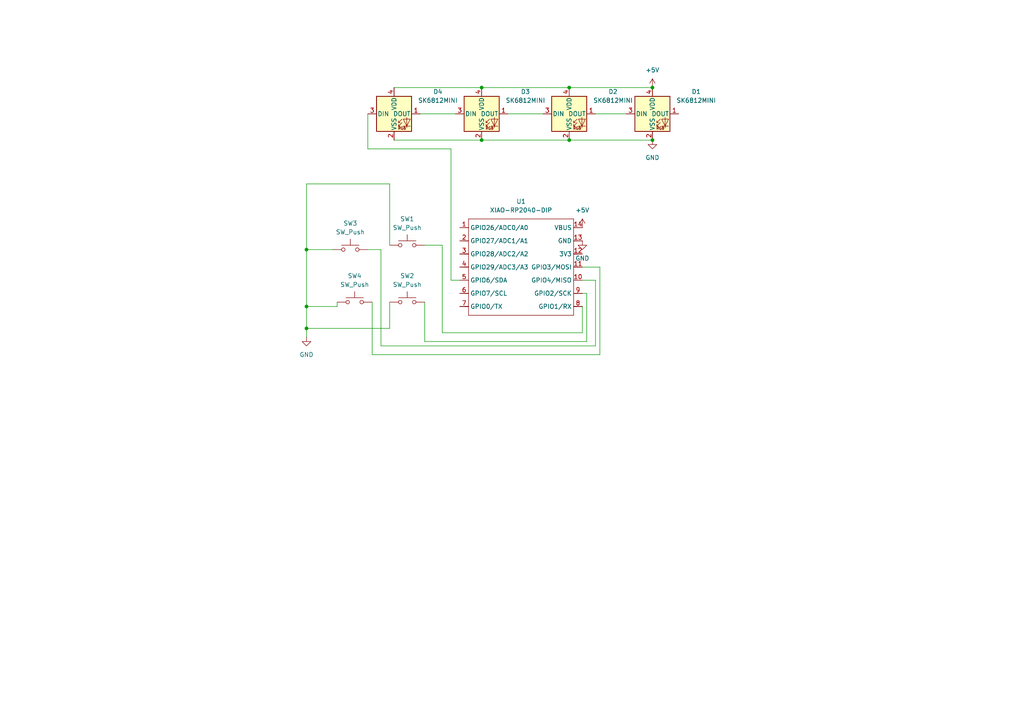
<source format=kicad_sch>
(kicad_sch
	(version 20250114)
	(generator "eeschema")
	(generator_version "9.0")
	(uuid "2a76937a-679f-4948-aac2-c932c2864e2c")
	(paper "A4")
	(lib_symbols
		(symbol "LED:SK6812MINI"
			(pin_names
				(offset 0.254)
			)
			(exclude_from_sim no)
			(in_bom yes)
			(on_board yes)
			(property "Reference" "D"
				(at 5.08 5.715 0)
				(effects
					(font
						(size 1.27 1.27)
					)
					(justify right bottom)
				)
			)
			(property "Value" "SK6812MINI"
				(at 1.27 -5.715 0)
				(effects
					(font
						(size 1.27 1.27)
					)
					(justify left top)
				)
			)
			(property "Footprint" "LED_SMD:LED_SK6812MINI_PLCC4_3.5x3.5mm_P1.75mm"
				(at 1.27 -7.62 0)
				(effects
					(font
						(size 1.27 1.27)
					)
					(justify left top)
					(hide yes)
				)
			)
			(property "Datasheet" "https://cdn-shop.adafruit.com/product-files/2686/SK6812MINI_REV.01-1-2.pdf"
				(at 2.54 -9.525 0)
				(effects
					(font
						(size 1.27 1.27)
					)
					(justify left top)
					(hide yes)
				)
			)
			(property "Description" "RGB LED with integrated controller"
				(at 0 0 0)
				(effects
					(font
						(size 1.27 1.27)
					)
					(hide yes)
				)
			)
			(property "ki_keywords" "RGB LED NeoPixel Mini addressable"
				(at 0 0 0)
				(effects
					(font
						(size 1.27 1.27)
					)
					(hide yes)
				)
			)
			(property "ki_fp_filters" "LED*SK6812MINI*PLCC*3.5x3.5mm*P1.75mm*"
				(at 0 0 0)
				(effects
					(font
						(size 1.27 1.27)
					)
					(hide yes)
				)
			)
			(symbol "SK6812MINI_0_0"
				(text "RGB"
					(at 2.286 -4.191 0)
					(effects
						(font
							(size 0.762 0.762)
						)
					)
				)
			)
			(symbol "SK6812MINI_0_1"
				(polyline
					(pts
						(xy 1.27 -2.54) (xy 1.778 -2.54)
					)
					(stroke
						(width 0)
						(type default)
					)
					(fill
						(type none)
					)
				)
				(polyline
					(pts
						(xy 1.27 -3.556) (xy 1.778 -3.556)
					)
					(stroke
						(width 0)
						(type default)
					)
					(fill
						(type none)
					)
				)
				(polyline
					(pts
						(xy 2.286 -1.524) (xy 1.27 -2.54) (xy 1.27 -2.032)
					)
					(stroke
						(width 0)
						(type default)
					)
					(fill
						(type none)
					)
				)
				(polyline
					(pts
						(xy 2.286 -2.54) (xy 1.27 -3.556) (xy 1.27 -3.048)
					)
					(stroke
						(width 0)
						(type default)
					)
					(fill
						(type none)
					)
				)
				(polyline
					(pts
						(xy 3.683 -1.016) (xy 3.683 -3.556) (xy 3.683 -4.064)
					)
					(stroke
						(width 0)
						(type default)
					)
					(fill
						(type none)
					)
				)
				(polyline
					(pts
						(xy 4.699 -1.524) (xy 2.667 -1.524) (xy 3.683 -3.556) (xy 4.699 -1.524)
					)
					(stroke
						(width 0)
						(type default)
					)
					(fill
						(type none)
					)
				)
				(polyline
					(pts
						(xy 4.699 -3.556) (xy 2.667 -3.556)
					)
					(stroke
						(width 0)
						(type default)
					)
					(fill
						(type none)
					)
				)
				(rectangle
					(start 5.08 5.08)
					(end -5.08 -5.08)
					(stroke
						(width 0.254)
						(type default)
					)
					(fill
						(type background)
					)
				)
			)
			(symbol "SK6812MINI_1_1"
				(pin input line
					(at -7.62 0 0)
					(length 2.54)
					(name "DIN"
						(effects
							(font
								(size 1.27 1.27)
							)
						)
					)
					(number "3"
						(effects
							(font
								(size 1.27 1.27)
							)
						)
					)
				)
				(pin power_in line
					(at 0 7.62 270)
					(length 2.54)
					(name "VDD"
						(effects
							(font
								(size 1.27 1.27)
							)
						)
					)
					(number "4"
						(effects
							(font
								(size 1.27 1.27)
							)
						)
					)
				)
				(pin power_in line
					(at 0 -7.62 90)
					(length 2.54)
					(name "VSS"
						(effects
							(font
								(size 1.27 1.27)
							)
						)
					)
					(number "2"
						(effects
							(font
								(size 1.27 1.27)
							)
						)
					)
				)
				(pin output line
					(at 7.62 0 180)
					(length 2.54)
					(name "DOUT"
						(effects
							(font
								(size 1.27 1.27)
							)
						)
					)
					(number "1"
						(effects
							(font
								(size 1.27 1.27)
							)
						)
					)
				)
			)
			(embedded_fonts no)
		)
		(symbol "OPL:XIAO-RP2040-DIP"
			(exclude_from_sim no)
			(in_bom yes)
			(on_board yes)
			(property "Reference" "U"
				(at 0 0 0)
				(effects
					(font
						(size 1.27 1.27)
					)
				)
			)
			(property "Value" "XIAO-RP2040-DIP"
				(at 5.334 -1.778 0)
				(effects
					(font
						(size 1.27 1.27)
					)
				)
			)
			(property "Footprint" "Module:MOUDLE14P-XIAO-DIP-SMD"
				(at 14.478 -32.258 0)
				(effects
					(font
						(size 1.27 1.27)
					)
					(hide yes)
				)
			)
			(property "Datasheet" ""
				(at 0 0 0)
				(effects
					(font
						(size 1.27 1.27)
					)
					(hide yes)
				)
			)
			(property "Description" ""
				(at 0 0 0)
				(effects
					(font
						(size 1.27 1.27)
					)
					(hide yes)
				)
			)
			(symbol "XIAO-RP2040-DIP_1_0"
				(polyline
					(pts
						(xy -1.27 -2.54) (xy 29.21 -2.54)
					)
					(stroke
						(width 0.1524)
						(type solid)
					)
					(fill
						(type none)
					)
				)
				(polyline
					(pts
						(xy -1.27 -5.08) (xy -2.54 -5.08)
					)
					(stroke
						(width 0.1524)
						(type solid)
					)
					(fill
						(type none)
					)
				)
				(polyline
					(pts
						(xy -1.27 -5.08) (xy -1.27 -2.54)
					)
					(stroke
						(width 0.1524)
						(type solid)
					)
					(fill
						(type none)
					)
				)
				(polyline
					(pts
						(xy -1.27 -8.89) (xy -2.54 -8.89)
					)
					(stroke
						(width 0.1524)
						(type solid)
					)
					(fill
						(type none)
					)
				)
				(polyline
					(pts
						(xy -1.27 -8.89) (xy -1.27 -5.08)
					)
					(stroke
						(width 0.1524)
						(type solid)
					)
					(fill
						(type none)
					)
				)
				(polyline
					(pts
						(xy -1.27 -12.7) (xy -2.54 -12.7)
					)
					(stroke
						(width 0.1524)
						(type solid)
					)
					(fill
						(type none)
					)
				)
				(polyline
					(pts
						(xy -1.27 -12.7) (xy -1.27 -8.89)
					)
					(stroke
						(width 0.1524)
						(type solid)
					)
					(fill
						(type none)
					)
				)
				(polyline
					(pts
						(xy -1.27 -16.51) (xy -2.54 -16.51)
					)
					(stroke
						(width 0.1524)
						(type solid)
					)
					(fill
						(type none)
					)
				)
				(polyline
					(pts
						(xy -1.27 -16.51) (xy -1.27 -12.7)
					)
					(stroke
						(width 0.1524)
						(type solid)
					)
					(fill
						(type none)
					)
				)
				(polyline
					(pts
						(xy -1.27 -20.32) (xy -2.54 -20.32)
					)
					(stroke
						(width 0.1524)
						(type solid)
					)
					(fill
						(type none)
					)
				)
				(polyline
					(pts
						(xy -1.27 -24.13) (xy -2.54 -24.13)
					)
					(stroke
						(width 0.1524)
						(type solid)
					)
					(fill
						(type none)
					)
				)
				(polyline
					(pts
						(xy -1.27 -27.94) (xy -2.54 -27.94)
					)
					(stroke
						(width 0.1524)
						(type solid)
					)
					(fill
						(type none)
					)
				)
				(polyline
					(pts
						(xy -1.27 -30.48) (xy -1.27 -16.51)
					)
					(stroke
						(width 0.1524)
						(type solid)
					)
					(fill
						(type none)
					)
				)
				(polyline
					(pts
						(xy 29.21 -2.54) (xy 29.21 -5.08)
					)
					(stroke
						(width 0.1524)
						(type solid)
					)
					(fill
						(type none)
					)
				)
				(polyline
					(pts
						(xy 29.21 -5.08) (xy 29.21 -8.89)
					)
					(stroke
						(width 0.1524)
						(type solid)
					)
					(fill
						(type none)
					)
				)
				(polyline
					(pts
						(xy 29.21 -8.89) (xy 29.21 -12.7)
					)
					(stroke
						(width 0.1524)
						(type solid)
					)
					(fill
						(type none)
					)
				)
				(polyline
					(pts
						(xy 29.21 -12.7) (xy 29.21 -30.48)
					)
					(stroke
						(width 0.1524)
						(type solid)
					)
					(fill
						(type none)
					)
				)
				(polyline
					(pts
						(xy 29.21 -30.48) (xy -1.27 -30.48)
					)
					(stroke
						(width 0.1524)
						(type solid)
					)
					(fill
						(type none)
					)
				)
				(polyline
					(pts
						(xy 30.48 -5.08) (xy 29.21 -5.08)
					)
					(stroke
						(width 0.1524)
						(type solid)
					)
					(fill
						(type none)
					)
				)
				(polyline
					(pts
						(xy 30.48 -8.89) (xy 29.21 -8.89)
					)
					(stroke
						(width 0.1524)
						(type solid)
					)
					(fill
						(type none)
					)
				)
				(polyline
					(pts
						(xy 30.48 -12.7) (xy 29.21 -12.7)
					)
					(stroke
						(width 0.1524)
						(type solid)
					)
					(fill
						(type none)
					)
				)
				(polyline
					(pts
						(xy 30.48 -16.51) (xy 29.21 -16.51)
					)
					(stroke
						(width 0.1524)
						(type solid)
					)
					(fill
						(type none)
					)
				)
				(polyline
					(pts
						(xy 30.48 -20.32) (xy 29.21 -20.32)
					)
					(stroke
						(width 0.1524)
						(type solid)
					)
					(fill
						(type none)
					)
				)
				(polyline
					(pts
						(xy 30.48 -24.13) (xy 29.21 -24.13)
					)
					(stroke
						(width 0.1524)
						(type solid)
					)
					(fill
						(type none)
					)
				)
				(polyline
					(pts
						(xy 30.48 -27.94) (xy 29.21 -27.94)
					)
					(stroke
						(width 0.1524)
						(type solid)
					)
					(fill
						(type none)
					)
				)
				(pin passive line
					(at -3.81 -5.08 0)
					(length 2.54)
					(name "GPIO26/ADC0/A0"
						(effects
							(font
								(size 1.27 1.27)
							)
						)
					)
					(number "1"
						(effects
							(font
								(size 1.27 1.27)
							)
						)
					)
				)
				(pin passive line
					(at -3.81 -8.89 0)
					(length 2.54)
					(name "GPIO27/ADC1/A1"
						(effects
							(font
								(size 1.27 1.27)
							)
						)
					)
					(number "2"
						(effects
							(font
								(size 1.27 1.27)
							)
						)
					)
				)
				(pin passive line
					(at -3.81 -12.7 0)
					(length 2.54)
					(name "GPIO28/ADC2/A2"
						(effects
							(font
								(size 1.27 1.27)
							)
						)
					)
					(number "3"
						(effects
							(font
								(size 1.27 1.27)
							)
						)
					)
				)
				(pin passive line
					(at -3.81 -16.51 0)
					(length 2.54)
					(name "GPIO29/ADC3/A3"
						(effects
							(font
								(size 1.27 1.27)
							)
						)
					)
					(number "4"
						(effects
							(font
								(size 1.27 1.27)
							)
						)
					)
				)
				(pin passive line
					(at -3.81 -20.32 0)
					(length 2.54)
					(name "GPIO6/SDA"
						(effects
							(font
								(size 1.27 1.27)
							)
						)
					)
					(number "5"
						(effects
							(font
								(size 1.27 1.27)
							)
						)
					)
				)
				(pin passive line
					(at -3.81 -24.13 0)
					(length 2.54)
					(name "GPIO7/SCL"
						(effects
							(font
								(size 1.27 1.27)
							)
						)
					)
					(number "6"
						(effects
							(font
								(size 1.27 1.27)
							)
						)
					)
				)
				(pin passive line
					(at -3.81 -27.94 0)
					(length 2.54)
					(name "GPIO0/TX"
						(effects
							(font
								(size 1.27 1.27)
							)
						)
					)
					(number "7"
						(effects
							(font
								(size 1.27 1.27)
							)
						)
					)
				)
				(pin passive line
					(at 31.75 -5.08 180)
					(length 2.54)
					(name "VBUS"
						(effects
							(font
								(size 1.27 1.27)
							)
						)
					)
					(number "14"
						(effects
							(font
								(size 1.27 1.27)
							)
						)
					)
				)
				(pin passive line
					(at 31.75 -8.89 180)
					(length 2.54)
					(name "GND"
						(effects
							(font
								(size 1.27 1.27)
							)
						)
					)
					(number "13"
						(effects
							(font
								(size 1.27 1.27)
							)
						)
					)
				)
				(pin passive line
					(at 31.75 -12.7 180)
					(length 2.54)
					(name "3V3"
						(effects
							(font
								(size 1.27 1.27)
							)
						)
					)
					(number "12"
						(effects
							(font
								(size 1.27 1.27)
							)
						)
					)
				)
				(pin passive line
					(at 31.75 -16.51 180)
					(length 2.54)
					(name "GPIO3/MOSI"
						(effects
							(font
								(size 1.27 1.27)
							)
						)
					)
					(number "11"
						(effects
							(font
								(size 1.27 1.27)
							)
						)
					)
				)
				(pin passive line
					(at 31.75 -20.32 180)
					(length 2.54)
					(name "GPIO4/MISO"
						(effects
							(font
								(size 1.27 1.27)
							)
						)
					)
					(number "10"
						(effects
							(font
								(size 1.27 1.27)
							)
						)
					)
				)
				(pin passive line
					(at 31.75 -24.13 180)
					(length 2.54)
					(name "GPIO2/SCK"
						(effects
							(font
								(size 1.27 1.27)
							)
						)
					)
					(number "9"
						(effects
							(font
								(size 1.27 1.27)
							)
						)
					)
				)
				(pin passive line
					(at 31.75 -27.94 180)
					(length 2.54)
					(name "GPIO1/RX"
						(effects
							(font
								(size 1.27 1.27)
							)
						)
					)
					(number "8"
						(effects
							(font
								(size 1.27 1.27)
							)
						)
					)
				)
			)
			(embedded_fonts no)
		)
		(symbol "Switch:SW_Push"
			(pin_numbers
				(hide yes)
			)
			(pin_names
				(offset 1.016)
				(hide yes)
			)
			(exclude_from_sim no)
			(in_bom yes)
			(on_board yes)
			(property "Reference" "SW"
				(at 1.27 2.54 0)
				(effects
					(font
						(size 1.27 1.27)
					)
					(justify left)
				)
			)
			(property "Value" "SW_Push"
				(at 0 -1.524 0)
				(effects
					(font
						(size 1.27 1.27)
					)
				)
			)
			(property "Footprint" ""
				(at 0 5.08 0)
				(effects
					(font
						(size 1.27 1.27)
					)
					(hide yes)
				)
			)
			(property "Datasheet" "~"
				(at 0 5.08 0)
				(effects
					(font
						(size 1.27 1.27)
					)
					(hide yes)
				)
			)
			(property "Description" "Push button switch, generic, two pins"
				(at 0 0 0)
				(effects
					(font
						(size 1.27 1.27)
					)
					(hide yes)
				)
			)
			(property "ki_keywords" "switch normally-open pushbutton push-button"
				(at 0 0 0)
				(effects
					(font
						(size 1.27 1.27)
					)
					(hide yes)
				)
			)
			(symbol "SW_Push_0_1"
				(circle
					(center -2.032 0)
					(radius 0.508)
					(stroke
						(width 0)
						(type default)
					)
					(fill
						(type none)
					)
				)
				(polyline
					(pts
						(xy 0 1.27) (xy 0 3.048)
					)
					(stroke
						(width 0)
						(type default)
					)
					(fill
						(type none)
					)
				)
				(circle
					(center 2.032 0)
					(radius 0.508)
					(stroke
						(width 0)
						(type default)
					)
					(fill
						(type none)
					)
				)
				(polyline
					(pts
						(xy 2.54 1.27) (xy -2.54 1.27)
					)
					(stroke
						(width 0)
						(type default)
					)
					(fill
						(type none)
					)
				)
				(pin passive line
					(at -5.08 0 0)
					(length 2.54)
					(name "1"
						(effects
							(font
								(size 1.27 1.27)
							)
						)
					)
					(number "1"
						(effects
							(font
								(size 1.27 1.27)
							)
						)
					)
				)
				(pin passive line
					(at 5.08 0 180)
					(length 2.54)
					(name "2"
						(effects
							(font
								(size 1.27 1.27)
							)
						)
					)
					(number "2"
						(effects
							(font
								(size 1.27 1.27)
							)
						)
					)
				)
			)
			(embedded_fonts no)
		)
		(symbol "power:+5V"
			(power)
			(pin_numbers
				(hide yes)
			)
			(pin_names
				(offset 0)
				(hide yes)
			)
			(exclude_from_sim no)
			(in_bom yes)
			(on_board yes)
			(property "Reference" "#PWR"
				(at 0 -3.81 0)
				(effects
					(font
						(size 1.27 1.27)
					)
					(hide yes)
				)
			)
			(property "Value" "+5V"
				(at 0 3.556 0)
				(effects
					(font
						(size 1.27 1.27)
					)
				)
			)
			(property "Footprint" ""
				(at 0 0 0)
				(effects
					(font
						(size 1.27 1.27)
					)
					(hide yes)
				)
			)
			(property "Datasheet" ""
				(at 0 0 0)
				(effects
					(font
						(size 1.27 1.27)
					)
					(hide yes)
				)
			)
			(property "Description" "Power symbol creates a global label with name \"+5V\""
				(at 0 0 0)
				(effects
					(font
						(size 1.27 1.27)
					)
					(hide yes)
				)
			)
			(property "ki_keywords" "global power"
				(at 0 0 0)
				(effects
					(font
						(size 1.27 1.27)
					)
					(hide yes)
				)
			)
			(symbol "+5V_0_1"
				(polyline
					(pts
						(xy -0.762 1.27) (xy 0 2.54)
					)
					(stroke
						(width 0)
						(type default)
					)
					(fill
						(type none)
					)
				)
				(polyline
					(pts
						(xy 0 2.54) (xy 0.762 1.27)
					)
					(stroke
						(width 0)
						(type default)
					)
					(fill
						(type none)
					)
				)
				(polyline
					(pts
						(xy 0 0) (xy 0 2.54)
					)
					(stroke
						(width 0)
						(type default)
					)
					(fill
						(type none)
					)
				)
			)
			(symbol "+5V_1_1"
				(pin power_in line
					(at 0 0 90)
					(length 0)
					(name "~"
						(effects
							(font
								(size 1.27 1.27)
							)
						)
					)
					(number "1"
						(effects
							(font
								(size 1.27 1.27)
							)
						)
					)
				)
			)
			(embedded_fonts no)
		)
		(symbol "power:GND"
			(power)
			(pin_numbers
				(hide yes)
			)
			(pin_names
				(offset 0)
				(hide yes)
			)
			(exclude_from_sim no)
			(in_bom yes)
			(on_board yes)
			(property "Reference" "#PWR"
				(at 0 -6.35 0)
				(effects
					(font
						(size 1.27 1.27)
					)
					(hide yes)
				)
			)
			(property "Value" "GND"
				(at 0 -3.81 0)
				(effects
					(font
						(size 1.27 1.27)
					)
				)
			)
			(property "Footprint" ""
				(at 0 0 0)
				(effects
					(font
						(size 1.27 1.27)
					)
					(hide yes)
				)
			)
			(property "Datasheet" ""
				(at 0 0 0)
				(effects
					(font
						(size 1.27 1.27)
					)
					(hide yes)
				)
			)
			(property "Description" "Power symbol creates a global label with name \"GND\" , ground"
				(at 0 0 0)
				(effects
					(font
						(size 1.27 1.27)
					)
					(hide yes)
				)
			)
			(property "ki_keywords" "global power"
				(at 0 0 0)
				(effects
					(font
						(size 1.27 1.27)
					)
					(hide yes)
				)
			)
			(symbol "GND_0_1"
				(polyline
					(pts
						(xy 0 0) (xy 0 -1.27) (xy 1.27 -1.27) (xy 0 -2.54) (xy -1.27 -1.27) (xy 0 -1.27)
					)
					(stroke
						(width 0)
						(type default)
					)
					(fill
						(type none)
					)
				)
			)
			(symbol "GND_1_1"
				(pin power_in line
					(at 0 0 270)
					(length 0)
					(name "~"
						(effects
							(font
								(size 1.27 1.27)
							)
						)
					)
					(number "1"
						(effects
							(font
								(size 1.27 1.27)
							)
						)
					)
				)
			)
			(embedded_fonts no)
		)
	)
	(junction
		(at 165.1 40.64)
		(diameter 0)
		(color 0 0 0 0)
		(uuid "260d6b1e-7fab-4485-ba59-bc2b6144b592")
	)
	(junction
		(at 189.23 25.4)
		(diameter 0)
		(color 0 0 0 0)
		(uuid "28d22928-8fa0-4dad-ada2-8536543e4644")
	)
	(junction
		(at 189.23 40.64)
		(diameter 0)
		(color 0 0 0 0)
		(uuid "4d27f4ab-4a9e-4802-9476-8e65949f9401")
	)
	(junction
		(at 88.9 88.9)
		(diameter 0)
		(color 0 0 0 0)
		(uuid "6a76d18f-d671-4e03-a70c-b3833dca34ef")
	)
	(junction
		(at 165.1 25.4)
		(diameter 0)
		(color 0 0 0 0)
		(uuid "84c53f8b-c71b-4e17-ad82-a8344dd55f3f")
	)
	(junction
		(at 139.7 40.64)
		(diameter 0)
		(color 0 0 0 0)
		(uuid "87ec0815-8a21-4319-aa30-5116ef1c405f")
	)
	(junction
		(at 139.7 25.4)
		(diameter 0)
		(color 0 0 0 0)
		(uuid "8ff067c4-d4f2-4051-bd48-e592f3f52274")
	)
	(junction
		(at 88.9 72.39)
		(diameter 0)
		(color 0 0 0 0)
		(uuid "bf4b5581-07bf-4572-b866-a90facf9f724")
	)
	(junction
		(at 88.9 95.25)
		(diameter 0)
		(color 0 0 0 0)
		(uuid "ed171205-4125-4d5c-be14-9da1cf03b65b")
	)
	(wire
		(pts
			(xy 173.99 77.47) (xy 168.91 77.47)
		)
		(stroke
			(width 0)
			(type default)
		)
		(uuid "06f34a4f-c622-4c91-8122-f2f12e3d1ff2")
	)
	(wire
		(pts
			(xy 170.18 99.06) (xy 170.18 85.09)
		)
		(stroke
			(width 0)
			(type default)
		)
		(uuid "124445de-311e-4f29-be25-8c850ed1959c")
	)
	(wire
		(pts
			(xy 107.95 87.63) (xy 107.95 102.87)
		)
		(stroke
			(width 0)
			(type default)
		)
		(uuid "159b8d57-c9e6-4358-bbd2-3570b510cf74")
	)
	(wire
		(pts
			(xy 88.9 72.39) (xy 88.9 88.9)
		)
		(stroke
			(width 0)
			(type default)
		)
		(uuid "19f2595f-626c-46bd-b555-9b6bb4c0e5ee")
	)
	(wire
		(pts
			(xy 113.03 53.34) (xy 88.9 53.34)
		)
		(stroke
			(width 0)
			(type default)
		)
		(uuid "1b1f8461-6b91-433d-8e3e-a33787712207")
	)
	(wire
		(pts
			(xy 114.3 25.4) (xy 139.7 25.4)
		)
		(stroke
			(width 0)
			(type default)
		)
		(uuid "1c37aab1-1f97-4565-8c7d-16592743d5d1")
	)
	(wire
		(pts
			(xy 113.03 71.12) (xy 113.03 53.34)
		)
		(stroke
			(width 0)
			(type default)
		)
		(uuid "3d60bf68-ed6c-4e34-8b06-ec8c8b81bf2c")
	)
	(wire
		(pts
			(xy 130.81 81.28) (xy 130.81 43.18)
		)
		(stroke
			(width 0)
			(type default)
		)
		(uuid "47124eef-19fb-4d13-bcfa-9f86419c71fd")
	)
	(wire
		(pts
			(xy 139.7 40.64) (xy 165.1 40.64)
		)
		(stroke
			(width 0)
			(type default)
		)
		(uuid "4881dfd7-55ad-4d94-926d-56272b16a934")
	)
	(wire
		(pts
			(xy 88.9 95.25) (xy 88.9 97.79)
		)
		(stroke
			(width 0)
			(type default)
		)
		(uuid "49a752ce-3cef-4a5a-96fe-92911a65e99a")
	)
	(wire
		(pts
			(xy 128.27 71.12) (xy 128.27 96.52)
		)
		(stroke
			(width 0)
			(type default)
		)
		(uuid "4c3d82c1-e025-43c9-95b8-9a3bc2e346a1")
	)
	(wire
		(pts
			(xy 107.95 102.87) (xy 173.99 102.87)
		)
		(stroke
			(width 0)
			(type default)
		)
		(uuid "4cfeaf3d-73a4-411e-abb2-1fbf228d0faa")
	)
	(wire
		(pts
			(xy 128.27 96.52) (xy 168.91 96.52)
		)
		(stroke
			(width 0)
			(type default)
		)
		(uuid "4fcfcd7d-1f6e-425d-aca0-efc1e34407a9")
	)
	(wire
		(pts
			(xy 88.9 88.9) (xy 88.9 95.25)
		)
		(stroke
			(width 0)
			(type default)
		)
		(uuid "5b616db1-f771-4455-97e2-45e90e9c6d6d")
	)
	(wire
		(pts
			(xy 168.91 96.52) (xy 168.91 88.9)
		)
		(stroke
			(width 0)
			(type default)
		)
		(uuid "5e3833b9-0f1a-47d6-85d3-a49ddb4c904e")
	)
	(wire
		(pts
			(xy 123.19 87.63) (xy 123.19 99.06)
		)
		(stroke
			(width 0)
			(type default)
		)
		(uuid "5f936f29-8ba8-4758-884d-fb89c20875f5")
	)
	(wire
		(pts
			(xy 165.1 25.4) (xy 189.23 25.4)
		)
		(stroke
			(width 0)
			(type default)
		)
		(uuid "6717ffa0-6695-4bdf-9c21-50a07a7b8121")
	)
	(wire
		(pts
			(xy 121.92 33.02) (xy 132.08 33.02)
		)
		(stroke
			(width 0)
			(type default)
		)
		(uuid "6a599207-8398-45b2-808d-ad1c91056964")
	)
	(wire
		(pts
			(xy 113.03 87.63) (xy 113.03 95.25)
		)
		(stroke
			(width 0)
			(type default)
		)
		(uuid "6d2a5ee9-5d11-410d-9b94-161016aaca9c")
	)
	(wire
		(pts
			(xy 110.49 100.33) (xy 172.72 100.33)
		)
		(stroke
			(width 0)
			(type default)
		)
		(uuid "6fcefb27-bb32-4a16-95d9-919e4bbd08e7")
	)
	(wire
		(pts
			(xy 139.7 25.4) (xy 165.1 25.4)
		)
		(stroke
			(width 0)
			(type default)
		)
		(uuid "7d76c4ad-15a1-4395-818e-acc83c66f591")
	)
	(wire
		(pts
			(xy 123.19 99.06) (xy 170.18 99.06)
		)
		(stroke
			(width 0)
			(type default)
		)
		(uuid "83173edd-7c5e-4104-8017-da46ee78cceb")
	)
	(wire
		(pts
			(xy 165.1 40.64) (xy 189.23 40.64)
		)
		(stroke
			(width 0)
			(type default)
		)
		(uuid "870bd613-96b1-43ed-9e1b-ab825c6291f7")
	)
	(wire
		(pts
			(xy 106.68 72.39) (xy 110.49 72.39)
		)
		(stroke
			(width 0)
			(type default)
		)
		(uuid "90c7cd67-1f51-41ca-8034-32dd46be60c7")
	)
	(wire
		(pts
			(xy 88.9 72.39) (xy 96.52 72.39)
		)
		(stroke
			(width 0)
			(type default)
		)
		(uuid "94ca1cd0-6d36-48e0-8901-698af1a3d17b")
	)
	(wire
		(pts
			(xy 97.79 88.9) (xy 88.9 88.9)
		)
		(stroke
			(width 0)
			(type default)
		)
		(uuid "9f8c95bd-77e6-496d-92fe-9b8bda505182")
	)
	(wire
		(pts
			(xy 114.3 40.64) (xy 139.7 40.64)
		)
		(stroke
			(width 0)
			(type default)
		)
		(uuid "a5a95040-7097-437f-a20b-1143943a8e22")
	)
	(wire
		(pts
			(xy 130.81 43.18) (xy 106.68 43.18)
		)
		(stroke
			(width 0)
			(type default)
		)
		(uuid "ac180140-2d70-4cae-a5ff-ffb9039901d7")
	)
	(wire
		(pts
			(xy 106.68 43.18) (xy 106.68 33.02)
		)
		(stroke
			(width 0)
			(type default)
		)
		(uuid "b59af660-1494-435e-8d4d-68e9e3fd1745")
	)
	(wire
		(pts
			(xy 170.18 85.09) (xy 168.91 85.09)
		)
		(stroke
			(width 0)
			(type default)
		)
		(uuid "ba4f064e-7f36-4817-9fe2-7f7a216f58cd")
	)
	(wire
		(pts
			(xy 97.79 87.63) (xy 97.79 88.9)
		)
		(stroke
			(width 0)
			(type default)
		)
		(uuid "c0839d75-fbad-42d5-9bae-5c1ef16c9ed3")
	)
	(wire
		(pts
			(xy 113.03 95.25) (xy 88.9 95.25)
		)
		(stroke
			(width 0)
			(type default)
		)
		(uuid "c70fa10a-16de-4dfe-bc29-7dd61a828cab")
	)
	(wire
		(pts
			(xy 123.19 71.12) (xy 128.27 71.12)
		)
		(stroke
			(width 0)
			(type default)
		)
		(uuid "cb09631b-2600-4cee-b5ca-88e1569347b0")
	)
	(wire
		(pts
			(xy 110.49 72.39) (xy 110.49 100.33)
		)
		(stroke
			(width 0)
			(type default)
		)
		(uuid "d066c959-9a63-466c-9d72-1dbab10907c3")
	)
	(wire
		(pts
			(xy 133.35 81.28) (xy 130.81 81.28)
		)
		(stroke
			(width 0)
			(type default)
		)
		(uuid "d7cc46f8-f714-4227-a28b-ac5edd670ddc")
	)
	(wire
		(pts
			(xy 172.72 81.28) (xy 172.72 100.33)
		)
		(stroke
			(width 0)
			(type default)
		)
		(uuid "d97279bf-4d3e-45ae-8f19-a3c3908e3061")
	)
	(wire
		(pts
			(xy 172.72 33.02) (xy 181.61 33.02)
		)
		(stroke
			(width 0)
			(type default)
		)
		(uuid "dff6a103-bd44-40a9-888f-cad76f851fdc")
	)
	(wire
		(pts
			(xy 88.9 53.34) (xy 88.9 72.39)
		)
		(stroke
			(width 0)
			(type default)
		)
		(uuid "f1ffb2af-a480-4439-9832-748feaa55e33")
	)
	(wire
		(pts
			(xy 168.91 81.28) (xy 172.72 81.28)
		)
		(stroke
			(width 0)
			(type default)
		)
		(uuid "f2c1b3cf-615e-4cd9-8e58-58d1028c7e86")
	)
	(wire
		(pts
			(xy 173.99 102.87) (xy 173.99 77.47)
		)
		(stroke
			(width 0)
			(type default)
		)
		(uuid "f7890457-f68d-4e5b-ae23-18f92755e163")
	)
	(wire
		(pts
			(xy 147.32 33.02) (xy 157.48 33.02)
		)
		(stroke
			(width 0)
			(type default)
		)
		(uuid "fc168e72-fd8c-4e2d-a4c7-215354ea0a00")
	)
	(symbol
		(lib_id "power:+5V")
		(at 189.23 25.4 0)
		(unit 1)
		(exclude_from_sim no)
		(in_bom yes)
		(on_board yes)
		(dnp no)
		(fields_autoplaced yes)
		(uuid "0d007f1d-ab15-4e88-a083-20e65e9f4b2c")
		(property "Reference" "#PWR03"
			(at 189.23 29.21 0)
			(effects
				(font
					(size 1.27 1.27)
				)
				(hide yes)
			)
		)
		(property "Value" "+5V"
			(at 189.23 20.32 0)
			(effects
				(font
					(size 1.27 1.27)
				)
			)
		)
		(property "Footprint" ""
			(at 189.23 25.4 0)
			(effects
				(font
					(size 1.27 1.27)
				)
				(hide yes)
			)
		)
		(property "Datasheet" ""
			(at 189.23 25.4 0)
			(effects
				(font
					(size 1.27 1.27)
				)
				(hide yes)
			)
		)
		(property "Description" "Power symbol creates a global label with name \"+5V\""
			(at 189.23 25.4 0)
			(effects
				(font
					(size 1.27 1.27)
				)
				(hide yes)
			)
		)
		(pin "1"
			(uuid "c24a8d40-d9f8-4ed8-9e94-93f3d687dc11")
		)
		(instances
			(project ""
				(path "/2a76937a-679f-4948-aac2-c932c2864e2c"
					(reference "#PWR03")
					(unit 1)
				)
			)
		)
	)
	(symbol
		(lib_id "LED:SK6812MINI")
		(at 165.1 33.02 0)
		(unit 1)
		(exclude_from_sim no)
		(in_bom yes)
		(on_board yes)
		(dnp no)
		(fields_autoplaced yes)
		(uuid "3fdf0446-113c-4346-ac26-3cea40cb6858")
		(property "Reference" "D2"
			(at 177.8 26.5998 0)
			(effects
				(font
					(size 1.27 1.27)
				)
			)
		)
		(property "Value" "SK6812MINI"
			(at 177.8 29.1398 0)
			(effects
				(font
					(size 1.27 1.27)
				)
			)
		)
		(property "Footprint" "LED_SMD:LED_SK6812MINI_PLCC4_3.5x3.5mm_P1.75mm"
			(at 166.37 40.64 0)
			(effects
				(font
					(size 1.27 1.27)
				)
				(justify left top)
				(hide yes)
			)
		)
		(property "Datasheet" "https://cdn-shop.adafruit.com/product-files/2686/SK6812MINI_REV.01-1-2.pdf"
			(at 167.64 42.545 0)
			(effects
				(font
					(size 1.27 1.27)
				)
				(justify left top)
				(hide yes)
			)
		)
		(property "Description" "RGB LED with integrated controller"
			(at 165.1 33.02 0)
			(effects
				(font
					(size 1.27 1.27)
				)
				(hide yes)
			)
		)
		(pin "2"
			(uuid "7bc1f99d-e7a3-4f3c-a0e8-5dccd1e9f51e")
		)
		(pin "3"
			(uuid "a42ca2a4-a4f3-45a2-aac0-bda6c061a87a")
		)
		(pin "4"
			(uuid "cc2a39c7-3c2f-489b-8696-1798f8b1a544")
		)
		(pin "1"
			(uuid "875e876e-5a70-4e8b-b625-ad57b28e441e")
		)
		(instances
			(project ""
				(path "/2a76937a-679f-4948-aac2-c932c2864e2c"
					(reference "D2")
					(unit 1)
				)
			)
		)
	)
	(symbol
		(lib_id "power:GND")
		(at 189.23 40.64 0)
		(unit 1)
		(exclude_from_sim no)
		(in_bom yes)
		(on_board yes)
		(dnp no)
		(fields_autoplaced yes)
		(uuid "4f6d7203-751e-46b6-8fa7-8b037a8ceb81")
		(property "Reference" "#PWR02"
			(at 189.23 46.99 0)
			(effects
				(font
					(size 1.27 1.27)
				)
				(hide yes)
			)
		)
		(property "Value" "GND"
			(at 189.23 45.72 0)
			(effects
				(font
					(size 1.27 1.27)
				)
			)
		)
		(property "Footprint" ""
			(at 189.23 40.64 0)
			(effects
				(font
					(size 1.27 1.27)
				)
				(hide yes)
			)
		)
		(property "Datasheet" ""
			(at 189.23 40.64 0)
			(effects
				(font
					(size 1.27 1.27)
				)
				(hide yes)
			)
		)
		(property "Description" "Power symbol creates a global label with name \"GND\" , ground"
			(at 189.23 40.64 0)
			(effects
				(font
					(size 1.27 1.27)
				)
				(hide yes)
			)
		)
		(pin "1"
			(uuid "c7575f2e-ff4f-437a-833f-50d9ee567ff9")
		)
		(instances
			(project ""
				(path "/2a76937a-679f-4948-aac2-c932c2864e2c"
					(reference "#PWR02")
					(unit 1)
				)
			)
		)
	)
	(symbol
		(lib_id "LED:SK6812MINI")
		(at 114.3 33.02 0)
		(unit 1)
		(exclude_from_sim no)
		(in_bom yes)
		(on_board yes)
		(dnp no)
		(fields_autoplaced yes)
		(uuid "59813300-7050-4a5f-83d0-c14a5a0eb574")
		(property "Reference" "D4"
			(at 127 26.5998 0)
			(effects
				(font
					(size 1.27 1.27)
				)
			)
		)
		(property "Value" "SK6812MINI"
			(at 127 29.1398 0)
			(effects
				(font
					(size 1.27 1.27)
				)
			)
		)
		(property "Footprint" "LED_SMD:LED_SK6812MINI_PLCC4_3.5x3.5mm_P1.75mm"
			(at 115.57 40.64 0)
			(effects
				(font
					(size 1.27 1.27)
				)
				(justify left top)
				(hide yes)
			)
		)
		(property "Datasheet" "https://cdn-shop.adafruit.com/product-files/2686/SK6812MINI_REV.01-1-2.pdf"
			(at 116.84 42.545 0)
			(effects
				(font
					(size 1.27 1.27)
				)
				(justify left top)
				(hide yes)
			)
		)
		(property "Description" "RGB LED with integrated controller"
			(at 114.3 33.02 0)
			(effects
				(font
					(size 1.27 1.27)
				)
				(hide yes)
			)
		)
		(pin "2"
			(uuid "6116b6ce-a292-42f0-9e95-10b9dab4a050")
		)
		(pin "1"
			(uuid "fbd35857-b5a2-45f0-9f8b-99796ee9bd5d")
		)
		(pin "4"
			(uuid "484f92fa-d0e8-43d9-86b3-7c3961858fce")
		)
		(pin "3"
			(uuid "41152097-7bf6-45b0-8944-a8cbcccdf4d0")
		)
		(instances
			(project ""
				(path "/2a76937a-679f-4948-aac2-c932c2864e2c"
					(reference "D4")
					(unit 1)
				)
			)
		)
	)
	(symbol
		(lib_id "Switch:SW_Push")
		(at 118.11 71.12 0)
		(unit 1)
		(exclude_from_sim no)
		(in_bom yes)
		(on_board yes)
		(dnp no)
		(fields_autoplaced yes)
		(uuid "64389e2d-a123-4ffc-942a-ad9ce5af19d7")
		(property "Reference" "SW1"
			(at 118.11 63.5 0)
			(effects
				(font
					(size 1.27 1.27)
				)
			)
		)
		(property "Value" "SW_Push"
			(at 118.11 66.04 0)
			(effects
				(font
					(size 1.27 1.27)
				)
			)
		)
		(property "Footprint" "Button_Switch_Keyboard:SW_Cherry_MX_1.00u_PCB"
			(at 118.11 66.04 0)
			(effects
				(font
					(size 1.27 1.27)
				)
				(hide yes)
			)
		)
		(property "Datasheet" "~"
			(at 118.11 66.04 0)
			(effects
				(font
					(size 1.27 1.27)
				)
				(hide yes)
			)
		)
		(property "Description" "Push button switch, generic, two pins"
			(at 118.11 71.12 0)
			(effects
				(font
					(size 1.27 1.27)
				)
				(hide yes)
			)
		)
		(pin "1"
			(uuid "5db5422f-d343-4a16-8c59-1b9f2a96c2d6")
		)
		(pin "2"
			(uuid "50eb2edf-bb11-4a99-9568-5eff95ab30b6")
		)
		(instances
			(project ""
				(path "/2a76937a-679f-4948-aac2-c932c2864e2c"
					(reference "SW1")
					(unit 1)
				)
			)
		)
	)
	(symbol
		(lib_id "Switch:SW_Push")
		(at 101.6 72.39 0)
		(unit 1)
		(exclude_from_sim no)
		(in_bom yes)
		(on_board yes)
		(dnp no)
		(fields_autoplaced yes)
		(uuid "6522088e-d515-4d5f-9672-ad09ccf512f5")
		(property "Reference" "SW3"
			(at 101.6 64.77 0)
			(effects
				(font
					(size 1.27 1.27)
				)
			)
		)
		(property "Value" "SW_Push"
			(at 101.6 67.31 0)
			(effects
				(font
					(size 1.27 1.27)
				)
			)
		)
		(property "Footprint" "Button_Switch_Keyboard:SW_Cherry_MX_1.00u_PCB"
			(at 101.6 67.31 0)
			(effects
				(font
					(size 1.27 1.27)
				)
				(hide yes)
			)
		)
		(property "Datasheet" "~"
			(at 101.6 67.31 0)
			(effects
				(font
					(size 1.27 1.27)
				)
				(hide yes)
			)
		)
		(property "Description" "Push button switch, generic, two pins"
			(at 101.6 72.39 0)
			(effects
				(font
					(size 1.27 1.27)
				)
				(hide yes)
			)
		)
		(pin "1"
			(uuid "b911cce9-bed9-4b70-babd-ab0446a36d24")
		)
		(pin "2"
			(uuid "55a3ae11-38d5-496e-947f-e89caf245470")
		)
		(instances
			(project ""
				(path "/2a76937a-679f-4948-aac2-c932c2864e2c"
					(reference "SW3")
					(unit 1)
				)
			)
		)
	)
	(symbol
		(lib_id "Switch:SW_Push")
		(at 118.11 87.63 0)
		(unit 1)
		(exclude_from_sim no)
		(in_bom yes)
		(on_board yes)
		(dnp no)
		(fields_autoplaced yes)
		(uuid "689e5701-32a8-48a4-a8f7-2bcc5d3cf48a")
		(property "Reference" "SW2"
			(at 118.11 80.01 0)
			(effects
				(font
					(size 1.27 1.27)
				)
			)
		)
		(property "Value" "SW_Push"
			(at 118.11 82.55 0)
			(effects
				(font
					(size 1.27 1.27)
				)
			)
		)
		(property "Footprint" "Button_Switch_Keyboard:SW_Cherry_MX_1.00u_PCB"
			(at 118.11 82.55 0)
			(effects
				(font
					(size 1.27 1.27)
				)
				(hide yes)
			)
		)
		(property "Datasheet" "~"
			(at 118.11 82.55 0)
			(effects
				(font
					(size 1.27 1.27)
				)
				(hide yes)
			)
		)
		(property "Description" "Push button switch, generic, two pins"
			(at 118.11 87.63 0)
			(effects
				(font
					(size 1.27 1.27)
				)
				(hide yes)
			)
		)
		(pin "2"
			(uuid "cbda50a3-49bd-4120-8e87-fd7b5e35988f")
		)
		(pin "1"
			(uuid "e93ae4a4-ac09-4815-b821-bc05605e6fc5")
		)
		(instances
			(project ""
				(path "/2a76937a-679f-4948-aac2-c932c2864e2c"
					(reference "SW2")
					(unit 1)
				)
			)
		)
	)
	(symbol
		(lib_id "power:GND")
		(at 88.9 97.79 0)
		(unit 1)
		(exclude_from_sim no)
		(in_bom yes)
		(on_board yes)
		(dnp no)
		(fields_autoplaced yes)
		(uuid "942c25a2-6f37-4e4d-bd0c-adffbf365867")
		(property "Reference" "#PWR01"
			(at 88.9 104.14 0)
			(effects
				(font
					(size 1.27 1.27)
				)
				(hide yes)
			)
		)
		(property "Value" "GND"
			(at 88.9 102.87 0)
			(effects
				(font
					(size 1.27 1.27)
				)
			)
		)
		(property "Footprint" ""
			(at 88.9 97.79 0)
			(effects
				(font
					(size 1.27 1.27)
				)
				(hide yes)
			)
		)
		(property "Datasheet" ""
			(at 88.9 97.79 0)
			(effects
				(font
					(size 1.27 1.27)
				)
				(hide yes)
			)
		)
		(property "Description" "Power symbol creates a global label with name \"GND\" , ground"
			(at 88.9 97.79 0)
			(effects
				(font
					(size 1.27 1.27)
				)
				(hide yes)
			)
		)
		(pin "1"
			(uuid "9fc58ee6-3c25-4c45-a6a0-6347c8171b7e")
		)
		(instances
			(project ""
				(path "/2a76937a-679f-4948-aac2-c932c2864e2c"
					(reference "#PWR01")
					(unit 1)
				)
			)
		)
	)
	(symbol
		(lib_id "LED:SK6812MINI")
		(at 139.7 33.02 0)
		(unit 1)
		(exclude_from_sim no)
		(in_bom yes)
		(on_board yes)
		(dnp no)
		(fields_autoplaced yes)
		(uuid "97c37782-f20c-44e3-aa08-c193ad94df6c")
		(property "Reference" "D3"
			(at 152.4 26.5998 0)
			(effects
				(font
					(size 1.27 1.27)
				)
			)
		)
		(property "Value" "SK6812MINI"
			(at 152.4 29.1398 0)
			(effects
				(font
					(size 1.27 1.27)
				)
			)
		)
		(property "Footprint" "LED_SMD:LED_SK6812MINI_PLCC4_3.5x3.5mm_P1.75mm"
			(at 140.97 40.64 0)
			(effects
				(font
					(size 1.27 1.27)
				)
				(justify left top)
				(hide yes)
			)
		)
		(property "Datasheet" "https://cdn-shop.adafruit.com/product-files/2686/SK6812MINI_REV.01-1-2.pdf"
			(at 142.24 42.545 0)
			(effects
				(font
					(size 1.27 1.27)
				)
				(justify left top)
				(hide yes)
			)
		)
		(property "Description" "RGB LED with integrated controller"
			(at 139.7 33.02 0)
			(effects
				(font
					(size 1.27 1.27)
				)
				(hide yes)
			)
		)
		(pin "3"
			(uuid "218d2d32-3b4b-4848-97f8-a63f032433b6")
		)
		(pin "2"
			(uuid "2d8e4b8f-b552-4f65-a7bf-5177654c8b0c")
		)
		(pin "4"
			(uuid "e0c4a0e8-5016-4f1e-a58f-1acf05710cdb")
		)
		(pin "1"
			(uuid "cd112fff-c735-44e5-adef-7803978a8561")
		)
		(instances
			(project ""
				(path "/2a76937a-679f-4948-aac2-c932c2864e2c"
					(reference "D3")
					(unit 1)
				)
			)
		)
	)
	(symbol
		(lib_id "power:GND")
		(at 168.91 69.85 0)
		(unit 1)
		(exclude_from_sim no)
		(in_bom yes)
		(on_board yes)
		(dnp no)
		(fields_autoplaced yes)
		(uuid "a099d2af-0c60-4033-a215-e46b2f58e512")
		(property "Reference" "#PWR05"
			(at 168.91 76.2 0)
			(effects
				(font
					(size 1.27 1.27)
				)
				(hide yes)
			)
		)
		(property "Value" "GND"
			(at 168.91 74.93 0)
			(effects
				(font
					(size 1.27 1.27)
				)
			)
		)
		(property "Footprint" ""
			(at 168.91 69.85 0)
			(effects
				(font
					(size 1.27 1.27)
				)
				(hide yes)
			)
		)
		(property "Datasheet" ""
			(at 168.91 69.85 0)
			(effects
				(font
					(size 1.27 1.27)
				)
				(hide yes)
			)
		)
		(property "Description" "Power symbol creates a global label with name \"GND\" , ground"
			(at 168.91 69.85 0)
			(effects
				(font
					(size 1.27 1.27)
				)
				(hide yes)
			)
		)
		(pin "1"
			(uuid "fafe239b-1339-4c3a-983a-1309c0b57877")
		)
		(instances
			(project ""
				(path "/2a76937a-679f-4948-aac2-c932c2864e2c"
					(reference "#PWR05")
					(unit 1)
				)
			)
		)
	)
	(symbol
		(lib_id "power:+5V")
		(at 168.91 66.04 0)
		(unit 1)
		(exclude_from_sim no)
		(in_bom yes)
		(on_board yes)
		(dnp no)
		(fields_autoplaced yes)
		(uuid "b93068d6-2fb4-4325-8d23-a5223f17fbc0")
		(property "Reference" "#PWR04"
			(at 168.91 69.85 0)
			(effects
				(font
					(size 1.27 1.27)
				)
				(hide yes)
			)
		)
		(property "Value" "+5V"
			(at 168.91 60.96 0)
			(effects
				(font
					(size 1.27 1.27)
				)
			)
		)
		(property "Footprint" ""
			(at 168.91 66.04 0)
			(effects
				(font
					(size 1.27 1.27)
				)
				(hide yes)
			)
		)
		(property "Datasheet" ""
			(at 168.91 66.04 0)
			(effects
				(font
					(size 1.27 1.27)
				)
				(hide yes)
			)
		)
		(property "Description" "Power symbol creates a global label with name \"+5V\""
			(at 168.91 66.04 0)
			(effects
				(font
					(size 1.27 1.27)
				)
				(hide yes)
			)
		)
		(pin "1"
			(uuid "e9fd69b5-3b65-4b94-8cd2-427fe07935d1")
		)
		(instances
			(project ""
				(path "/2a76937a-679f-4948-aac2-c932c2864e2c"
					(reference "#PWR04")
					(unit 1)
				)
			)
		)
	)
	(symbol
		(lib_id "LED:SK6812MINI")
		(at 189.23 33.02 0)
		(unit 1)
		(exclude_from_sim no)
		(in_bom yes)
		(on_board yes)
		(dnp no)
		(fields_autoplaced yes)
		(uuid "d142cb76-03e8-45d0-a058-63d636ae77a9")
		(property "Reference" "D1"
			(at 201.93 26.5998 0)
			(effects
				(font
					(size 1.27 1.27)
				)
			)
		)
		(property "Value" "SK6812MINI"
			(at 201.93 29.1398 0)
			(effects
				(font
					(size 1.27 1.27)
				)
			)
		)
		(property "Footprint" "LED_SMD:LED_SK6812MINI_PLCC4_3.5x3.5mm_P1.75mm"
			(at 190.5 40.64 0)
			(effects
				(font
					(size 1.27 1.27)
				)
				(justify left top)
				(hide yes)
			)
		)
		(property "Datasheet" "https://cdn-shop.adafruit.com/product-files/2686/SK6812MINI_REV.01-1-2.pdf"
			(at 191.77 42.545 0)
			(effects
				(font
					(size 1.27 1.27)
				)
				(justify left top)
				(hide yes)
			)
		)
		(property "Description" "RGB LED with integrated controller"
			(at 189.23 33.02 0)
			(effects
				(font
					(size 1.27 1.27)
				)
				(hide yes)
			)
		)
		(pin "4"
			(uuid "72258cc1-aa88-4d2a-94c8-0124ad8326b1")
		)
		(pin "3"
			(uuid "84973b4b-f8c4-4625-b081-9da380328d3b")
		)
		(pin "1"
			(uuid "28613cab-bc45-42a8-bbed-c16cb79fe174")
		)
		(pin "2"
			(uuid "41b02d5a-d3d2-4515-ad48-8ad702b806bb")
		)
		(instances
			(project ""
				(path "/2a76937a-679f-4948-aac2-c932c2864e2c"
					(reference "D1")
					(unit 1)
				)
			)
		)
	)
	(symbol
		(lib_id "OPL:XIAO-RP2040-DIP")
		(at 137.16 60.96 0)
		(unit 1)
		(exclude_from_sim no)
		(in_bom yes)
		(on_board yes)
		(dnp no)
		(fields_autoplaced yes)
		(uuid "d37122fc-9ccd-4e02-9f83-566dec60346e")
		(property "Reference" "U1"
			(at 151.13 58.42 0)
			(effects
				(font
					(size 1.27 1.27)
				)
			)
		)
		(property "Value" "XIAO-RP2040-DIP"
			(at 151.13 60.96 0)
			(effects
				(font
					(size 1.27 1.27)
				)
			)
		)
		(property "Footprint" "OPL:XIAO-RP2040-DIP"
			(at 151.638 93.218 0)
			(effects
				(font
					(size 1.27 1.27)
				)
				(hide yes)
			)
		)
		(property "Datasheet" ""
			(at 137.16 60.96 0)
			(effects
				(font
					(size 1.27 1.27)
				)
				(hide yes)
			)
		)
		(property "Description" ""
			(at 137.16 60.96 0)
			(effects
				(font
					(size 1.27 1.27)
				)
				(hide yes)
			)
		)
		(pin "13"
			(uuid "62bb3414-162e-483a-883d-f83d2c3f5e89")
		)
		(pin "11"
			(uuid "a67565ac-68bb-4c10-9fdd-8dc27d120665")
		)
		(pin "3"
			(uuid "12707e5e-15af-47b9-9ada-6839189c8794")
		)
		(pin "4"
			(uuid "55ce85ad-aa78-4600-b41d-1d964ea66e0b")
		)
		(pin "1"
			(uuid "a2af706e-c538-488f-a8c3-1d7aac7a73ac")
		)
		(pin "5"
			(uuid "a419dfb7-880e-4e6e-ab18-2d04b4d3b69b")
		)
		(pin "7"
			(uuid "fa57385e-d3d3-498a-9f7c-61a9a98f1edd")
		)
		(pin "14"
			(uuid "54c27b3f-3198-4d37-9632-5f0525948bb2")
		)
		(pin "2"
			(uuid "7a32cc83-7549-4451-ba0c-cb6adcb9397f")
		)
		(pin "6"
			(uuid "67cbfe58-2d63-4295-a20c-ed717a9dc510")
		)
		(pin "12"
			(uuid "d1662fef-c1af-469b-a8ed-0525d40521f5")
		)
		(pin "10"
			(uuid "c197f815-3dda-43a8-9215-c3ae812bf3af")
		)
		(pin "9"
			(uuid "c0dd9f37-1317-46ff-a4f2-50f82edcdb9f")
		)
		(pin "8"
			(uuid "69586a8c-e07b-416b-ab4a-716571a0bfe7")
		)
		(instances
			(project ""
				(path "/2a76937a-679f-4948-aac2-c932c2864e2c"
					(reference "U1")
					(unit 1)
				)
			)
		)
	)
	(symbol
		(lib_id "Switch:SW_Push")
		(at 102.87 87.63 0)
		(unit 1)
		(exclude_from_sim no)
		(in_bom yes)
		(on_board yes)
		(dnp no)
		(fields_autoplaced yes)
		(uuid "dd817668-42de-4c0b-a081-22557b74c0fe")
		(property "Reference" "SW4"
			(at 102.87 80.01 0)
			(effects
				(font
					(size 1.27 1.27)
				)
			)
		)
		(property "Value" "SW_Push"
			(at 102.87 82.55 0)
			(effects
				(font
					(size 1.27 1.27)
				)
			)
		)
		(property "Footprint" "Button_Switch_Keyboard:SW_Cherry_MX_1.00u_PCB"
			(at 102.87 82.55 0)
			(effects
				(font
					(size 1.27 1.27)
				)
				(hide yes)
			)
		)
		(property "Datasheet" "~"
			(at 102.87 82.55 0)
			(effects
				(font
					(size 1.27 1.27)
				)
				(hide yes)
			)
		)
		(property "Description" "Push button switch, generic, two pins"
			(at 102.87 87.63 0)
			(effects
				(font
					(size 1.27 1.27)
				)
				(hide yes)
			)
		)
		(pin "2"
			(uuid "84bc6426-dcd9-441b-ae9e-837fa1d73829")
		)
		(pin "1"
			(uuid "358f1861-886b-4077-a096-1104a5ea7158")
		)
		(instances
			(project ""
				(path "/2a76937a-679f-4948-aac2-c932c2864e2c"
					(reference "SW4")
					(unit 1)
				)
			)
		)
	)
	(sheet_instances
		(path "/"
			(page "1")
		)
	)
	(embedded_fonts no)
)

</source>
